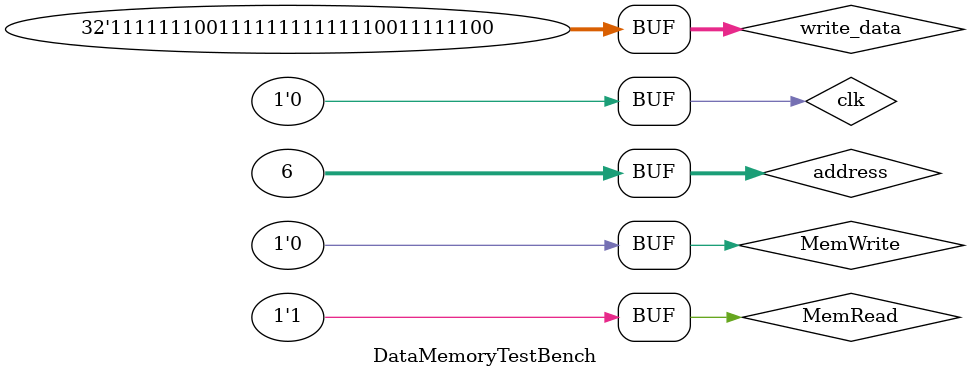
<source format=v>
`define DELAY2 1000
module DataMemoryTestBench ();

	wire [31:0] read_data;
	reg [31:0] address; 
	reg [31:0] write_data; 
	reg MemWrite,MemRead,clk;
	
DataMemory datamem(address,write_data,MemWrite,MemRead,clk,read_data);

initial begin
address=32'b00000000000000000000000000000101;write_data=32'b00000000000001110000101000100000;MemRead=1'b0;MemWrite=1'b1;clk=1;
#`DELAY2;
clk=0;
#`DELAY2;
address=32'b00000000000000000000000000000110;write_data=32'b11111110011111111111110011111100;MemRead=1'b1;MemWrite=1'b0;clk=1;
#`DELAY2;
clk=0;
#`DELAY2;


end

initial begin
$monitor("read_data=%32b, address=%32b , write_data=%32b, memRead=%1b, memWrite=%1b",read_data,address,write_data,MemRead,MemWrite);
end

endmodule
</source>
